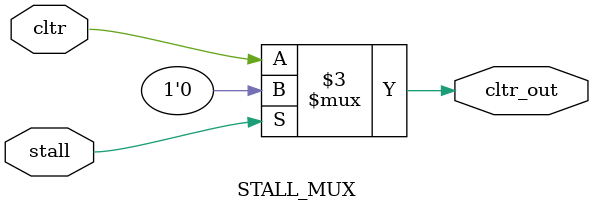
<source format=v>
module PC_MUX(input [31:0] pc_plus_four, // plus four adder
              input [31:0] pc_branch, // JAL/Branch adder
              input [31:0] pc_jalr, // alu_out
              input [1:0] pc_src,
              output reg [31:0] next_pc);
    
    always @(*) begin
        if (pc_src == 0) begin
            next_pc = pc_plus_four;
        end else if (pc_src == 1) begin
            next_pc = pc_branch;
        end else if (pc_src == 2) begin
            next_pc = pc_jalr;
        end
    end

endmodule

module ALU_SRC_MUX (input [31:0] rs2_data,
                    input [31:0] imm_gen_out,
                    input alu_src,
                    output reg [31:0] alu_in2);
    
    always @(*) begin
        if (alu_src) begin
            alu_in2 = imm_gen_out;
        end else begin
            alu_in2 = rs2_data;
        end
    end

endmodule

module ALU_INPUT_MUX(input [31:0] no_forwarding,
                     input [31:0] dist1_forwarding,
                     input [31:0] dist2_forwarding,
                     input [1:0] selector,
                     output reg [31:0] alu_in);
    
    always @(*) begin
        if (selector == 2'b00) begin
            alu_in = no_forwarding;
        end else if (selector == 2'b01) begin
            alu_in = dist1_forwarding;
        end else if (selector == 2'b10) begin
            alu_in = dist2_forwarding;
        end
    end

endmodule

module WB_MUX (input [31:0] reg_src1,
               input [31:0] reg_src2,
               input [31:0] plus_four_pc,
               input mem_to_reg,
               input is_jal,
               input is_jalr,
               output reg [31:0] rd_din);
    
    always @(*) begin
        if (is_jal || is_jalr) begin
            rd_din = plus_four_pc;
        end else if (mem_to_reg) begin
            rd_din = reg_src1;
        end else begin
            rd_din = reg_src2;
        end
    end

endmodule

module HALTED_MUX (input [4:0] rs1,
                   input is_ecall,
                   output reg [4:0] rs1_in);
    
    always @(*) begin
        if (is_ecall) begin
            rs1_in = 17;
        end else begin
            rs1_in = rs1;
        end
    end

endmodule

module STALL_MUX (input cltr,
                  input stall,
                  output reg cltr_out);

    always @(*) begin
        if (stall) begin
            cltr_out = 0;
        end else begin
            cltr_out = cltr;
        end
    end

endmodule
</source>
